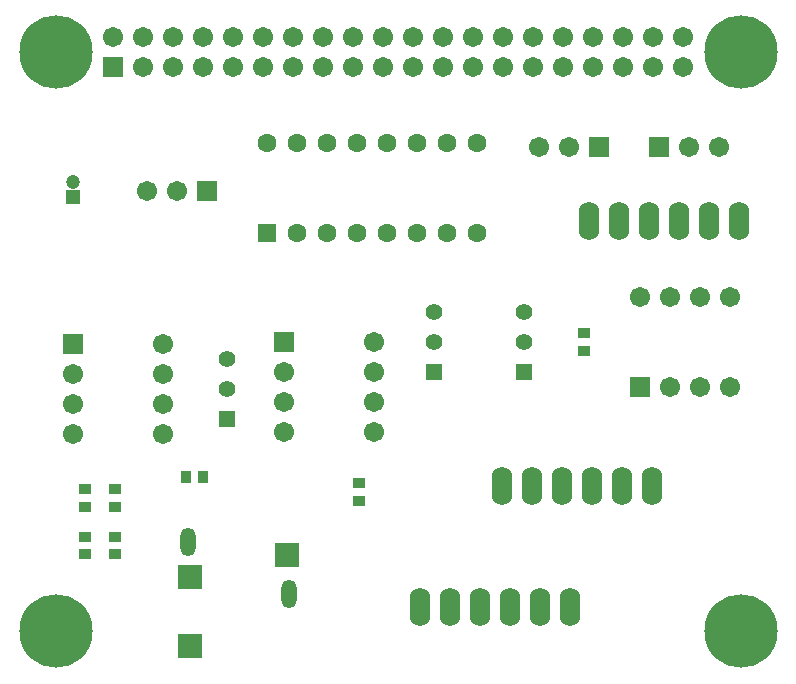
<source format=gbr>
G04 Layer_Color=8388736*
%FSLAX45Y45*%
%MOMM*%
%TF.FileFunction,Soldermask,Top*%
%TF.Part,Single*%
G01*
G75*
%TA.AperFunction,ConnectorPad*%
%ADD28R,2.15320X2.10320*%
%TA.AperFunction,SMDPad,CuDef*%
%ADD29R,1.10320X0.90320*%
%ADD30R,0.90320X1.10320*%
%TA.AperFunction,ComponentPad*%
%ADD31R,1.70320X1.70320*%
%ADD32C,1.70320*%
%TA.AperFunction,ViaPad*%
%ADD33C,6.20320*%
%TA.AperFunction,ComponentPad*%
%ADD34C,1.20320*%
%ADD35R,1.20320X1.20320*%
%ADD36C,1.60320*%
%ADD37R,1.60320X1.60320*%
%ADD38O,1.31120X2.41920*%
%ADD39O,1.72720X3.25120*%
%ADD40C,1.40320*%
%ADD41R,1.40320X1.40320*%
%ADD42R,1.70320X1.70320*%
D28*
X3137499Y1869999D02*
D03*
Y2455001D02*
D03*
X3962502Y2640000D02*
D03*
D29*
X2503998Y2799999D02*
D03*
Y2650002D02*
D03*
X2246000Y3199999D02*
D03*
Y3050002D02*
D03*
Y2799999D02*
D03*
Y2650002D02*
D03*
X2503998Y3199999D02*
D03*
Y3050002D02*
D03*
X4572000Y3099999D02*
D03*
Y3250001D02*
D03*
X6477000Y4520001D02*
D03*
Y4369999D02*
D03*
D30*
X3100004Y3302000D02*
D03*
X3250001D02*
D03*
D31*
X2487000Y6773001D02*
D03*
X3278998Y5725003D02*
D03*
X7112000Y6096000D02*
D03*
X3937000Y4445000D02*
D03*
X2143999Y4431000D02*
D03*
X6604000Y6096000D02*
D03*
D32*
X2487000Y7027001D02*
D03*
X2741000Y6773001D02*
D03*
Y7027001D02*
D03*
X2995000Y6773001D02*
D03*
Y7027001D02*
D03*
X3249000Y6773001D02*
D03*
Y7027001D02*
D03*
X3503000Y6773001D02*
D03*
Y7027001D02*
D03*
X3757000Y6773001D02*
D03*
Y7027001D02*
D03*
X4011000Y6773001D02*
D03*
Y7027001D02*
D03*
X4265000Y6773001D02*
D03*
Y7027001D02*
D03*
X4519000Y6773001D02*
D03*
Y7027001D02*
D03*
X4773000Y6773001D02*
D03*
Y7027001D02*
D03*
X5027000Y6773001D02*
D03*
Y7027001D02*
D03*
X5281000Y6773001D02*
D03*
Y7027001D02*
D03*
X5535000Y6773001D02*
D03*
Y7027001D02*
D03*
X5789000Y6773001D02*
D03*
Y7027001D02*
D03*
X6043000Y6773001D02*
D03*
Y7027001D02*
D03*
X6297000Y6773001D02*
D03*
Y7027001D02*
D03*
X7313000D02*
D03*
Y6773001D02*
D03*
X7059000Y7027001D02*
D03*
Y6773001D02*
D03*
X6805000Y7027001D02*
D03*
Y6773001D02*
D03*
X6551000Y7027001D02*
D03*
Y6773001D02*
D03*
X2770998Y5725003D02*
D03*
X3024998D02*
D03*
X7620000Y6096000D02*
D03*
X7366000D02*
D03*
X4699000Y3683000D02*
D03*
Y3937000D02*
D03*
Y4191000D02*
D03*
Y4445000D02*
D03*
X3937000Y3683000D02*
D03*
Y3937000D02*
D03*
Y4191000D02*
D03*
X7705999Y4830999D02*
D03*
X7451999D02*
D03*
X7197999D02*
D03*
X6943999D02*
D03*
X7705999Y4068999D02*
D03*
X7451999D02*
D03*
X7197999D02*
D03*
X2905999Y3669000D02*
D03*
Y3923000D02*
D03*
Y4177000D02*
D03*
Y4431000D02*
D03*
X2143999Y3669000D02*
D03*
Y3923000D02*
D03*
Y4177000D02*
D03*
X6096000Y6096000D02*
D03*
X6350000D02*
D03*
D33*
X7800000Y2000001D02*
D03*
Y6900001D02*
D03*
X2000001Y2000001D02*
D03*
Y6900001D02*
D03*
D34*
X2149998Y5799999D02*
D03*
D35*
Y5672999D02*
D03*
D36*
X5564002Y6131001D02*
D03*
X3786002D02*
D03*
X4040002D02*
D03*
X4294002D02*
D03*
X4548002D02*
D03*
X4802002D02*
D03*
X5056002D02*
D03*
X5310002D02*
D03*
X5564002Y5369001D02*
D03*
X5310002D02*
D03*
X5056002D02*
D03*
X4802002D02*
D03*
X4548002D02*
D03*
X4294002D02*
D03*
X4040002D02*
D03*
D37*
X3786002D02*
D03*
D38*
X3119999Y2750002D02*
D03*
X3980002Y2315002D02*
D03*
D39*
X5779999Y3225002D02*
D03*
X6033999D02*
D03*
X6287999D02*
D03*
X6541999D02*
D03*
X6795999D02*
D03*
X7049999D02*
D03*
X6513002Y5475000D02*
D03*
X6767002D02*
D03*
X7021002D02*
D03*
X7275002D02*
D03*
X7529002D02*
D03*
X7783002D02*
D03*
X5083998Y2200001D02*
D03*
X5337998D02*
D03*
X5591998D02*
D03*
X5845998D02*
D03*
X6099998D02*
D03*
X6353998D02*
D03*
D40*
X5969000Y4699000D02*
D03*
Y4445000D02*
D03*
X5207000Y4699000D02*
D03*
Y4445000D02*
D03*
X3450001Y4300002D02*
D03*
Y4046002D02*
D03*
D41*
X5969000Y4191000D02*
D03*
X5207000D02*
D03*
X3450001Y3792002D02*
D03*
D42*
X6943999Y4068999D02*
D03*
%TF.MD5,51de462debcb537a2b7b8d47dc7c8220*%
M02*

</source>
